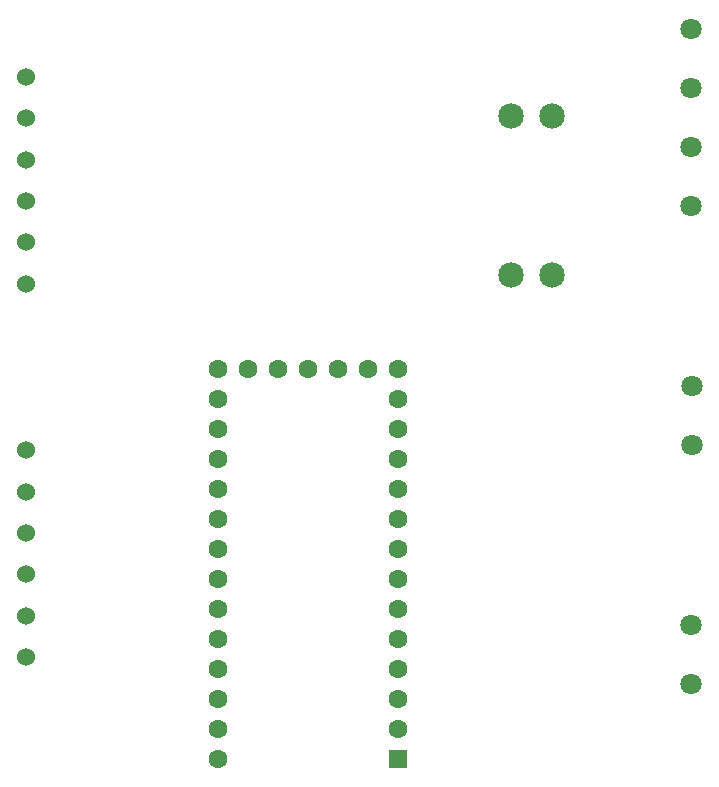
<source format=gbr>
%TF.GenerationSoftware,KiCad,Pcbnew,(5.1.9)-1*%
%TF.CreationDate,2022-12-24T12:33:20-05:00*%
%TF.ProjectId,4runner-seat-heat,3472756e-6e65-4722-9d73-6561742d6865,rev?*%
%TF.SameCoordinates,Original*%
%TF.FileFunction,Soldermask,Bot*%
%TF.FilePolarity,Negative*%
%FSLAX46Y46*%
G04 Gerber Fmt 4.6, Leading zero omitted, Abs format (unit mm)*
G04 Created by KiCad (PCBNEW (5.1.9)-1) date 2022-12-24 12:33:20*
%MOMM*%
%LPD*%
G01*
G04 APERTURE LIST*
%ADD10C,1.800000*%
%ADD11C,1.600000*%
%ADD12R,1.600000X1.600000*%
%ADD13C,2.159000*%
%ADD14C,1.524000*%
G04 APERTURE END LIST*
D10*
%TO.C,REF\u002A\u002A*%
X64312800Y-2322800D03*
X64312800Y-17322800D03*
X64312800Y-7322800D03*
X64312800Y-12322800D03*
%TD*%
D11*
%TO.C,U2*%
X31838900Y-31115000D03*
X29298900Y-31115000D03*
X26758900Y-31115000D03*
X24218900Y-31115000D03*
X34378900Y-31115000D03*
X36918900Y-31115000D03*
X39458900Y-31115000D03*
X24218900Y-33655000D03*
X24218900Y-36195000D03*
X24218900Y-38735000D03*
X24218900Y-41275000D03*
X24218900Y-43815000D03*
X24218900Y-46355000D03*
X24218900Y-48895000D03*
X24218900Y-51435000D03*
X24218900Y-53975000D03*
X24218900Y-56515000D03*
X24218900Y-59055000D03*
X24218900Y-61595000D03*
X24218900Y-64135000D03*
X39458900Y-33655000D03*
X39458900Y-36195000D03*
X39458900Y-38735000D03*
X39458900Y-41275000D03*
X39458900Y-43815000D03*
X39458900Y-46355000D03*
X39458900Y-48895000D03*
X39458900Y-51435000D03*
X39458900Y-53975000D03*
X39458900Y-56515000D03*
X39458900Y-59055000D03*
X39458900Y-61595000D03*
D12*
X39458900Y-64135000D03*
%TD*%
D10*
%TO.C,Left-Heater1*%
X64312800Y-52785000D03*
X64312800Y-57785000D03*
%TD*%
%TO.C,Right-Heater1*%
X64338200Y-32592000D03*
X64338200Y-37592000D03*
%TD*%
D13*
%TO.C,F1*%
X52489100Y-9690100D03*
X52489100Y-23152100D03*
X49085500Y-9690100D03*
X49085500Y-23152100D03*
%TD*%
D14*
%TO.C,J3*%
X8001000Y-23910000D03*
X8001000Y-20410000D03*
X8001000Y-16910000D03*
X8001000Y-13410000D03*
X8001000Y-9910000D03*
X8001000Y-6410000D03*
%TD*%
%TO.C,J8*%
X8001000Y-38007600D03*
X8001000Y-41507600D03*
X8001000Y-45007600D03*
X8001000Y-48507600D03*
X8001000Y-52007600D03*
X8001000Y-55507600D03*
%TD*%
M02*

</source>
